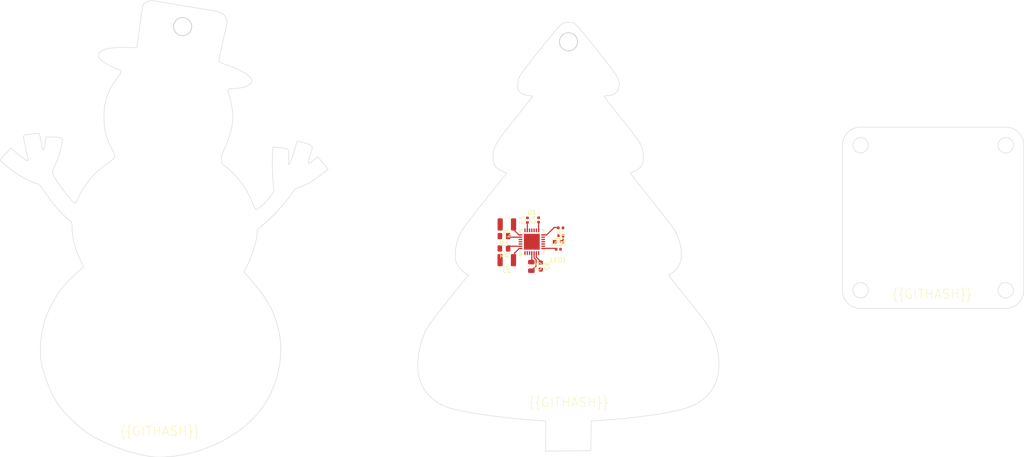
<source format=kicad_pcb>
(kicad_pcb (version 20221018) (generator pcbnew)
  (layers (0 "F.Cu" signal) (31 "B.Cu" signal) (34 "B.Paste" user) (35 "F.Paste" user) (36 "B.SilkS" user "B.Silkscreen") (37 "F.SilkS" user "F.Silkscreen") (38 "B.Mask" user) (39 "F.Mask" user) (44 "Edge.Cuts" user))
  (net 0 "")
  (net 1 "stdby")
  (net 2 "gnd")
  (net 3 "tx")
  (net 4 "pdn_uart")
  (net 5 "cathode")
  (net 6 "vcc")
  (net 7 "brb")
  (net 8 "ob1")
  (net 9 "oa1")
  (net 10 "bra")
  (net 11 "oa2")
  (net 12 "dir")
  (net 13 "vref")
  (net 14 "step")
  (net 15 "vcc_io")
  (net 16 "clk")
  (net 17 "index")
  (net 18 "diag")
  (net 19 "ms2_ad1")
  (net 20 "ms1_ad0")
  (net 21 "_5vout")
  (net 22 "spread")
  (net 23 "vcp")
  (net 24 "cpi")
  (net 25 "cpo")
  (net 26 "enn")
  (net 27 "ob2")
  (footprint "lib:QFN-28_L5.0-W5.0-P0.50-BL-EP" (layer "F.Cu") (at 153.145 103.075)
    (fp_text reference "U1" (at 0 -6.5) (layer "F.SilkS"))
    (fp_text value "")
    (pad "1" smd oval (at -1.5 2.5 180) (size 0.28 0.9) (layers "F.Cu" "F.Paste" "F.Mask") (net 27 "ob2"))
    (pad "2" smd oval (at -1 2.5 180) (size 0.28 0.9) (layers "F.Cu" "F.Paste" "F.Mask") (net 26 "enn"))
    (pad "3" smd oval (at -0.5 2.5 180) (size 0.28 0.9) (layers "F.Cu" "F.Paste" "F.Mask") (net 2 "gnd"))
    (pad "4" smd oval (at 0 2.5 180) (size 0.28 0.9) (layers "F.Cu" "F.Paste" "F.Mask") (net 25 "cpo"))
    (pad "5" smd oval (at 0.5 2.5 180) (size 0.28 0.9) (layers "F.Cu" "F.Paste" "F.Mask") (net 24 "cpi"))
    (pad "6" smd oval (at 1 2.5 180) (size 0.28 0.9) (layers "F.Cu" "F.Paste" "F.Mask") (net 23 "vcp"))
    (pad "7" smd oval (at 1.5 2.5 180) (size 0.28 0.9) (layers "F.Cu" "F.Paste" "F.Mask") (net 22 "spread"))
    (pad "8" smd oval (at 2.5 1.5 90) (size 0.28 0.9) (layers "F.Cu" "F.Paste" "F.Mask") (net 21 "_5vout"))
    (pad "9" smd oval (at 2.5 1 90) (size 0.28 0.9) (layers "F.Cu" "F.Paste" "F.Mask") (net 20 "ms1_ad0"))
    (pad "10" smd oval (at 2.5 0.5 90) (size 0.28 0.9) (layers "F.Cu" "F.Paste" "F.Mask") (net 19 "ms2_ad1"))
    (pad "11" smd oval (at 2.5 0 90) (size 0.28 0.9) (layers "F.Cu" "F.Paste" "F.Mask") (net 18 "diag"))
    (pad "12" smd oval (at 2.5 -0.5 90) (size 0.28 0.9) (layers "F.Cu" "F.Paste" "F.Mask") (net 17 "index"))
    (pad "13" smd oval (at 2.5 -1 90) (size 0.28 0.9) (layers "F.Cu" "F.Paste" "F.Mask") (net 16 "clk"))
    (pad "14" smd oval (at 2.5 -1.5 90) (size 0.28 0.9) (layers "F.Cu" "F.Paste" "F.Mask") (net 4 "pdn_uart"))
    (pad "15" smd oval (at 1.5 -2.5 180) (size 0.28 0.9) (layers "F.Cu" "F.Paste" "F.Mask") (net 15 "vcc_io"))
    (pad "16" smd oval (at 1 -2.5 180) (size 0.28 0.9) (layers "F.Cu" "F.Paste" "F.Mask") (net 14 "step"))
    (pad "17" smd oval (at 0.5 -2.5 180) (size 0.28 0.9) (layers "F.Cu" "F.Paste" "F.Mask") (net 13 "vref"))
    (pad "18" smd oval (at 0 -2.5 180) (size 0.28 0.9) (layers "F.Cu" "F.Paste" "F.Mask") (net 2 "gnd"))
    (pad "19" smd oval (at -0.5 -2.5 180) (size 0.28 0.9) (layers "F.Cu" "F.Paste" "F.Mask") (net 12 "dir"))
    (pad "20" smd oval (at -1 -2.5 180) (size 0.28 0.9) (layers "F.Cu" "F.Paste" "F.Mask") (net 1 "stdby"))
    (pad "21" smd oval (at -1.5 -2.5 180) (size 0.28 0.9) (layers "F.Cu" "F.Paste" "F.Mask") (net 11 "oa2"))
    (pad "22" smd oval (at -2.5 -1.5 90) (size 0.28 0.9) (layers "F.Cu" "F.Paste" "F.Mask") (net 6 "vcc"))
    (pad "23" smd oval (at -2.5 -1 90) (size 0.28 0.9) (layers "F.Cu" "F.Paste" "F.Mask") (net 10 "bra"))
    (pad "24" smd oval (at -2.5 -0.5 90) (size 0.28 0.9) (layers "F.Cu" "F.Paste" "F.Mask") (net 9 "oa1"))
    (pad "25" smd oval (at -2.5 0 90) (size 0.28 0.9) (layers "F.Cu" "F.Paste" "F.Mask"))
    (pad "26" smd oval (at -2.5 0.5 90) (size 0.28 0.9) (layers "F.Cu" "F.Paste" "F.Mask") (net 8 "ob1"))
    (pad "27" smd oval (at -2.5 1 90) (size 0.28 0.9) (layers "F.Cu" "F.Paste" "F.Mask") (net 7 "brb"))
    (pad "28" smd oval (at -2.5 1.5 90) (size 0.28 0.9) (layers "F.Cu" "F.Paste" "F.Mask") (net 6 "vcc"))
    (pad "29" smd rect (at 0 0 90) (size 3.5 3.5) (layers "F.Cu" "F.Paste" "F.Mask") (net 2 "gnd"))
  )
  (footprint "lib:R0805" (layer "F.Cu") (at 147.009279 104.563824 180)
    (fp_text reference "R4" (at 0 -1.65 180) (layer "F.SilkS"))
    (fp_text value "Chip Resistor - Surface Mount 0.12Ohms ±5% 1/8W 0805 RoHS")
    (pad "1" smd roundrect (at -0.9125 0 180) (size 1.025 1.4) (layers "F.Cu" "F.Paste" "F.Mask") (roundrect_rratio 0.243902) (net 7 "brb"))
    (pad "2" smd roundrect (at 0.9125 0 180) (size 1.025 1.4) (layers "F.Cu" "F.Paste" "F.Mask") (roundrect_rratio 0.243902) (net 2 "gnd"))
  )
  (footprint "lib:C0402" (layer "F.Cu") (at 158.988629 104.729569)
    (fp_text reference "C3" (at 0 -1.16) (layer "F.SilkS"))
    (fp_text value "Multilayer Ceramic Capacitors MLCC - SMD/SMT 2.2uF 16V 0402 RoHS")
    (pad "1" smd roundrect (at -0.48 0) (size 0.56 0.62) (layers "F.Cu" "F.Paste" "F.Mask") (net 21 "_5vout"))
    (pad "2" smd roundrect (at 0.48 0) (size 0.56 0.62) (layers "F.Cu" "F.Paste" "F.Mask") (net 2 "gnd"))
  )
  (footprint "lib:R0402" (layer "F.Cu") (at 159.528759 101.722957 180)
    (fp_text reference "R2" (at 0 -1.17 180) (layer "F.SilkS"))
    (fp_text value "Chip Resistor - Surface Mount 120Ohms ±5% 1/16W 0402 RoHS")
    (pad "1" smd roundrect (at -0.51 0 180) (size 0.54 0.64) (layers "F.Cu" "F.Paste" "F.Mask") (net 5 "cathode"))
    (pad "2" smd roundrect (at 0.51 0 180) (size 0.54 0.64) (layers "F.Cu" "F.Paste" "F.Mask") (net 2 "gnd"))
  )
  (footprint "lib:C1210" (layer "F.Cu") (at 147.623126 107.149031 180)
    (fp_text reference "C1" (at 0 -2.3 180) (layer "F.SilkS"))
    (fp_text value "Multilayer Ceramic Capacitors MLCC - SMD/SMT 2.2uF 100V 1210 RoHS")
    (pad "1" smd roundrect (at -1.475 0 180) (size 1.15 2.7) (layers "F.Cu" "F.Paste" "F.Mask") (roundrect_rratio 0.217391) (net 6 "vcc"))
    (pad "2" smd roundrect (at 1.475 0 180) (size 1.15 2.7) (layers "F.Cu" "F.Paste" "F.Mask") (roundrect_rratio 0.217391) (net 2 "gnd"))
  )
  (footprint "lib:R0402" (layer "F.Cu") (at 152.159126 98.319753 90)
    (fp_text reference "R5" (at 0 -1.17 90) (layer "F.SilkS"))
    (fp_text value "Chip Resistor - Surface Mount 110KOhms ±5% 1/16W 0402 RoHS")
    (pad "1" smd roundrect (at -0.51 0 90) (size 0.54 0.64) (layers "F.Cu" "F.Paste" "F.Mask") (net 1 "stdby"))
    (pad "2" smd roundrect (at 0.51 0 90) (size 0.54 0.64) (layers "F.Cu" "F.Paste" "F.Mask") (net 2 "gnd"))
  )
  (footprint "lib:C0805" (layer "F.Cu") (at 153.042833 108.530274 -90)
    (fp_text reference "C5" (at 0 -1.68 -90) (layer "F.SilkS"))
    (fp_text value "Multilayer Ceramic Capacitors MLCC - SMD/SMT 22nF 50V 0805 RoHS")
    (pad "1" smd roundrect (at -0.95 0 270) (size 1 1.45) (layers "F.Cu" "F.Paste" "F.Mask") (net 25 "cpo"))
    (pad "2" smd roundrect (at 0.95 0 270) (size 1 1.45) (layers "F.Cu" "F.Paste" "F.Mask") (net 24 "cpi"))
  )
  (footprint "lib:R0402" (layer "F.Cu") (at 159.503179 100.024688 180)
    (fp_text reference "R1" (at 0 -1.17 180) (layer "F.SilkS"))
    (fp_text value "Chip Resistor - Surface Mount 1.1KOhms ±5% 1/16W 0402 RoHS")
    (pad "1" smd roundrect (at -0.51 0 180) (size 0.54 0.64) (layers "F.Cu" "F.Paste" "F.Mask") (net 3 "tx"))
    (pad "2" smd roundrect (at 0.51 0 180) (size 0.54 0.64) (layers "F.Cu" "F.Paste" "F.Mask") (net 4 "pdn_uart"))
  )
  (footprint "lib:C1210" (layer "F.Cu") (at 147.639909 99.265186 180)
    (fp_text reference "C2" (at 0 -2.3 180) (layer "F.SilkS"))
    (fp_text value "Multilayer Ceramic Capacitors MLCC - SMD/SMT 2.2uF 100V 1210 RoHS")
    (pad "1" smd roundrect (at -1.475 0 180) (size 1.15 2.7) (layers "F.Cu" "F.Paste" "F.Mask") (roundrect_rratio 0.217391) (net 6 "vcc"))
    (pad "2" smd roundrect (at 1.475 0 180) (size 1.15 2.7) (layers "F.Cu" "F.Paste" "F.Mask") (roundrect_rratio 0.217391) (net 2 "gnd"))
  )
  (footprint "lib:LED0603-RD" (layer "F.Cu") (at 158.981304 103.102531 180)
    (fp_text reference "LED1" (at 0 -4 180) (layer "F.SilkS"))
    (fp_text value "")
    (pad "1" smd rect (at -0.8 0 270) (size 0.8 0.8) (layers "F.Cu" "F.Paste" "F.Mask") (net 5 "cathode"))
    (pad "2" smd rect (at 0.8 0 270) (size 0.8 0.8) (layers "F.Cu" "F.Paste" "F.Mask") (net 18 "diag"))
  )
  (footprint "lib:R0805" (layer "F.Cu") (at 147.023311 101.841571 180)
    (fp_text reference "R3" (at 0 -1.65 180) (layer "F.SilkS"))
    (fp_text value "Chip Resistor - Surface Mount 0.12Ohms ±5% 1/8W 0805 RoHS")
    (pad "1" smd roundrect (at -0.9125 0 180) (size 1.025 1.4) (layers "F.Cu" "F.Paste" "F.Mask") (roundrect_rratio 0.243902) (net 10 "bra"))
    (pad "2" smd roundrect (at 0.9125 0 180) (size 1.025 1.4) (layers "F.Cu" "F.Paste" "F.Mask") (roundrect_rratio 0.243902) (net 2 "gnd"))
  )
  (footprint "lib:C0603" (layer "F.Cu") (at 155.102401 108.448273 -90)
    (fp_text reference "C6" (at 0 -1.43 -90) (layer "F.SilkS"))
    (fp_text value "Multilayer Ceramic Capacitors MLCC - SMD/SMT 100nF 50V 0603 RoHS")
    (pad "1" smd roundrect (at -0.775 0 270) (size 0.9 0.95) (layers "F.Cu" "F.Paste" "F.Mask") (net 23 "vcp"))
    (pad "2" smd roundrect (at 0.775 0 270) (size 0.9 0.95) (layers "F.Cu" "F.Paste" "F.Mask") (net 6 "vcc"))
  )
  (footprint "lib:C0402" (layer "F.Cu") (at 154.639603 98.265347 90)
    (fp_text reference "C4" (at 0 -1.16 90) (layer "F.SilkS"))
    (fp_text value "Multilayer Ceramic Capacitors MLCC - SMD/SMT 100nF 10V 0402 RoHS")
    (pad "1" smd roundrect (at -0.48 0 90) (size 0.56 0.62) (layers "F.Cu" "F.Paste" "F.Mask") (net 15 "vcc_io"))
    (pad "2" smd roundrect (at 0.48 0 90) (size 0.56 0.62) (layers "F.Cu" "F.Paste" "F.Mask") (net 2 "gnd"))
  )
  (gr_circle (center 225.62 81.79) (end 227.32 81.79) (stroke (width 0.1)) (fill none) (layer "Edge.Cuts"))
  (gr_circle (center 257.62 113.79) (end 259.32 113.79) (stroke (width 0.1)) (fill none) (layer "Edge.Cuts"))
  (gr_circle (center 257.62 81.79) (end 259.32 81.79) (stroke (width 0.1)) (fill none) (layer "Edge.Cuts"))
  (gr_poly (pts (xy 75.142222 50.797022) (xy 79.756606 51.568267) (xy 82.366969 51.99203) (xy 83.019066 52.095762) (xy 83.303876 52.146979) (xy 83.563537 52.198618) (xy 83.799806 52.251323) (xy 84.01444 52.305736) (xy 84.209196 52.362498) (xy 84.385831 52.422252) (xy 84.546102 52.485641) (xy 84.691766 52.553306) (xy 84.824581 52.62589) (xy 84.946303 52.704035) (xy 85.05869 52.788383) (xy 85.163499 52.879577) (xy 85.262486 52.978258) (xy 85.357409 53.08507) (xy 85.479286 53.234958) (xy 85.586233 53.378736) (xy 85.634185 53.44915) (xy 85.678498 53.519015) (xy 85.719202 53.588656) (xy 85.75633 53.658402) (xy 85.789911 53.728576) (xy 85.819976 53.799506) (xy 85.846558 53.871517) (xy 85.869686 53.944936) (xy 85.889392 54.020089) (xy 85.905707 54.097301) (xy 85.918662 54.176899) (xy 85.928287 54.259209) (xy 85.934615 54.344557) (xy 85.937675 54.433269) (xy 85.937499 54.525672) (xy 85.934119 54.62209) (xy 85.927564 54.722851) (xy 85.917866 54.82828) (xy 85.889166 55.054449) (xy 85.848266 55.303204) (xy 85.795414 55.577155) (xy 85.730859 55.878909) (xy 85.654849 56.211077) (xy 84.878546 59.55341) (xy 84.657875 60.550977) (xy 84.450892 61.532488) (xy 84.331406 62.116419) (xy 84.229648 62.629765) (xy 84.15639 63.017063) (xy 84.122409 63.222849) (xy 84.123062 63.236814) (xy 84.127967 63.251873) (xy 84.137065 63.268001) (xy 84.150302 63.285171) (xy 84.167619 63.303357) (xy 84.188962 63.322534) (xy 84.214273 63.342674) (xy 84.243497 63.363751) (xy 84.313454 63.408613) (xy 84.398381 63.456909) (xy 84.497828 63.50843) (xy 84.611342 63.562966) (xy 84.738473 63.620306) (xy 84.878767 63.680241) (xy 85.031775 63.742561) (xy 85.197043 63.807056) (xy 85.374121 63.873515) (xy 85.562558 63.94173) (xy 85.7619 64.011489) (xy 85.971698 64.082583) (xy 86.585981 64.296029) (xy 87.172975 64.516947) (xy 87.730729 64.744054) (xy 88.257293 64.976069) (xy 88.75072 65.211708) (xy 89.209058 65.449689) (xy 89.63036 65.68873) (xy 90.012676 65.927548) (xy 90.354056 66.16486) (xy 90.652552 66.399385) (xy 90.906214 66.629839) (xy 91.113092 66.85494) (xy 91.271238 67.073405) (xy 91.378702 67.283953) (xy 91.412819 67.385857) (xy 91.433535 67.485301) (xy 91.440605 67.582123) (xy 91.433787 67.676165) (xy 91.41712 67.753004) (xy 91.390362 67.829368) (xy 91.35383 67.905131) (xy 91.307839 67.980165) (xy 91.252707 68.054343) (xy 91.188749 68.12754) (xy 91.116281 68.199626) (xy 91.03562 68.270477) (xy 90.947082 68.339964) (xy 90.850984 68.407961) (xy 90.747641 68.47434) (xy 90.637371 68.538975) (xy 90.520488 68.601739) (xy 90.39731 68.662505) (xy 90.268153 68.721145) (xy 90.133332 68.777534) (xy 89.993165 68.831543) (xy 89.847967 68.883047) (xy 89.543745 68.978027) (xy 89.223197 69.06146) (xy 88.888852 69.132329) (xy 88.54324 69.189618) (xy 88.188892 69.232313) (xy 88.009232 69.24787) (xy 87.828337 69.259397) (xy 87.646523 69.266767) (xy 87.464106 69.269854) (xy 87.202959 69.272042) (xy 86.97453 69.277492) (xy 86.777472 69.288473) (xy 86.690288 69.296746) (xy 86.610443 69.307253) (xy 86.537768 69.320276) (xy 86.472096 69.3361) (xy 86.413258 69.355009) (xy 86.361087 69.377285) (xy 86.315414 69.403211) (xy 86.276071 69.433073) (xy 86.24289 69.467154) (xy 86.215703 69.505736) (xy 86.194342 69.549103) (xy 86.178638 69.59754) (xy 86.168424 69.65133) (xy 86.163532 69.710755) (xy 86.163793 69.776101) (xy 86.169039 69.847649) (xy 86.179102 69.925685) (xy 86.193814 70.010491) (xy 86.236514 70.20155) (xy 86.295792 70.423093) (xy 86.370304 70.677389) (xy 86.458705 70.966708) (xy 86.582128 71.384478) (xy 86.694998 71.803093) (xy 86.797211 72.221567) (xy 86.888665 72.638919) (xy 86.969257 73.054166) (xy 87.038885 73.466323) (xy 87.097447 73.874409) (xy 87.144838 74.277439) (xy 87.180958 74.674432) (xy 87.205702 75.064404) (xy 87.21897 75.446371) (xy 87.220657 75.819352) (xy 87.210662 76.182361) (xy 87.188881 76.534418) (xy 87.155212 76.874538) (xy 87.109553 77.201739) (xy 86.986123 77.871628) (xy 86.830027 78.558912) (xy 86.643845 79.255662) (xy 86.430157 79.953949) (xy 86.19154 80.645848) (xy 85.930575 81.323429) (xy 85.649841 81.978766) (xy 85.351916 82.60393) (xy 85.189192 82.938586) (xy 85.118752 83.093315) (xy 85.055229 83.240939) (xy 84.998352 83.382431) (xy 84.947849 83.518761) (xy 84.903447 83.650903) (xy 84.864875 83.779828) (xy 84.831859 83.906506) (xy 84.804129 84.031911) (xy 84.781412 84.157013) (xy 84.763435 84.282785) (xy 84.749927 84.410197) (xy 84.740615 84.540223) (xy 84.735228 84.673833) (xy 84.733493 84.811999) (xy 84.736223 85.129082) (xy 84.741369 85.261496) (xy 84.750575 85.379459) (xy 84.764997 85.485194) (xy 84.774524 85.534172) (xy 84.785789 85.580928) (xy 84.798934 85.625739) (xy 84.814106 85.668884) (xy 84.831447 85.710641) (xy 84.851104 85.751288) (xy 84.873219 85.791103) (xy 84.897937 85.830364) (xy 84.925403 85.869349) (xy 84.955761 85.908337) (xy 84.989155 85.947605) (xy 85.02573 85.987432) (xy 85.109 86.069873) (xy 85.206725 86.157886) (xy 85.320061 86.253696) (xy 85.598185 86.477602) (xy 86.096863 86.886277) (xy 86.577755 87.306529) (xy 87.04138 87.739064) (xy 87.488258 88.184586) (xy 87.918909 88.6438) (xy 88.333852 89.117412) (xy 88.733607 89.606125) (xy 89.118694 90.110646) (xy 89.489632 90.631678) (xy 89.846941 91.169927) (xy 90.19114 91.726098) (xy 90.52275 92.300895) (xy 90.84229 92.895024) (xy 91.150279 93.509189) (xy 91.447237 94.144095) (xy 91.733683 94.800448) (xy 91.84059 95.047283) (xy 91.945802 95.277558) (xy 92.046625 95.486234) (xy 92.140364 95.668271) (xy 92.224324 95.818627) (xy 92.295813 95.932265) (xy 92.326039 95.973739) (xy 92.352136 96.004143) (xy 92.373767 96.022848) (xy 92.382804 96.027616) (xy 92.390597 96.029223) (xy 92.399173 96.028006) (xy 92.410522 96.024397) (xy 92.441219 96.010237) (xy 92.482045 95.987221) (xy 92.53236 95.955824) (xy 92.591521 95.916524) (xy 92.658887 95.869798) (xy 92.815666 95.755976) (xy 92.997564 95.618173) (xy 93.199447 95.460204) (xy 93.416182 95.285885) (xy 93.642634 95.099032) (xy 93.891007 94.882848) (xy 94.141366 94.648628) (xy 94.390948 94.400061) (xy 94.636991 94.140836) (xy 94.87673 93.874641) (xy 95.107403 93.605164) (xy 95.326247 93.336095) (xy 95.530498 93.071122) (xy 95.717394 92.813933) (xy 95.884171 92.568218) (xy 96.028066 92.337665) (xy 96.146316 92.125962) (xy 96.236159 91.936798) (xy 96.294829 91.773863) (xy 96.311612 91.703383) (xy 96.319566 91.640844) (xy 96.318345 91.586706) (xy 96.307605 91.54143) (xy 96.264441 91.378418) (xy 96.221593 91.121805) (xy 96.138989 90.373142) (xy 96.064068 89.386161) (xy 96.001109 88.251583) (xy 95.954389 87.060129) (xy 95.928186 85.902519) (xy 95.926777 84.869474) (xy 95.95444 84.051714) (xy 96.07471 82.177477) (xy 97.36716 82.304781) (xy 98.13507 82.379263) (xy 98.441266 82.413109) (xy 98.700599 82.449744) (xy 98.916803 82.492956) (xy 99.009898 82.518212) (xy 99.09361 82.546534) (xy 99.168406 82.578395) (xy 99.234753 82.614268) (xy 99.293117 82.654627) (xy 99.343964 82.699946) (xy 99.387763 82.750698) (xy 99.424978 82.807357) (xy 99.456076 82.870396) (xy 99.481525 82.94029) (xy 99.501791 83.017511) (xy 99.51734 83.102533) (xy 99.536155 83.297877) (xy 99.541702 83.530109) (xy 99.537716 83.803018) (xy 99.51607 84.486025) (xy 99.501811 85.019341) (xy 99.495778 85.429631) (xy 99.49953 85.727933) (xy 99.505563 85.838537) (xy 99.514626 85.925284) (xy 99.526915 85.989553) (xy 99.542625 86.032723) (xy 99.551823 86.046828) (xy 99.56195 86.056175) (xy 99.573029 86.060938) (xy 99.585085 86.061289) (xy 99.612224 86.049443) (xy 99.643564 86.022019) (xy 99.679299 85.980395) (xy 99.719623 85.925951) (xy 99.770963 85.835961) (xy 99.83738 85.6921) (xy 100.00736 85.267042) (xy 100.213404 84.699332) (xy 100.439353 84.037526) (xy 100.669049 83.330178) (xy 100.886332 82.625845) (xy 101.075044 81.973082) (xy 101.219027 81.420443) (xy 101.232451 81.367288) (xy 101.246658 81.317349) (xy 101.261814 81.270604) (xy 101.278084 81.227032) (xy 101.295634 81.186611) (xy 101.314631 81.149321) (xy 101.33524 81.115138) (xy 101.357628 81.084043) (xy 101.381959 81.056013) (xy 101.4084 81.031027) (xy 101.437117 81.009064) (xy 101.468275 80.990102) (xy 101.502041 80.974119) (xy 101.538581 80.961095) (xy 101.578059 80.951007) (xy 101.620643 80.943835) (xy 101.666497 80.939556) (xy 101.715788 80.938149) (xy 101.768682 80.939594) (xy 101.825345 80.943867) (xy 101.885942 80.950949) (xy 101.950639 80.960817) (xy 102.019603 80.97345) (xy 102.092998 80.988826) (xy 102.170992 81.006924) (xy 102.253749 81.027723) (xy 102.434219 81.077337) (xy 102.635734 81.137495) (xy 102.859622 81.208025) (xy 103.581471 81.438726) (xy 103.868146 81.535185) (xy 104.108644 81.625316) (xy 104.212356 81.669476) (xy 104.305459 81.713816) (xy 104.388264 81.758923) (xy 104.461082 81.805384) (xy 104.524226 81.853787) (xy 104.578006 81.904719) (xy 104.622735 81.958768) (xy 104.658725 82.01652) (xy 104.686285 82.078563) (xy 104.705729 82.145484) (xy 104.717368 82.217871) (xy 104.721513 82.296311) (xy 104.718476 82.381392) (xy 104.708568 82.4737) (xy 104.692102 82.573823) (xy 104.669388 82.682348) (xy 104.606464 82.926954) (xy 104.522289 83.212218) (xy 104.300158 83.92351) (xy 104.076968 84.658354) (xy 103.993442 84.95378) (xy 103.929762 85.203046) (xy 103.886777 85.407528) (xy 103.865337 85.568604) (xy 103.862962 85.633296) (xy 103.866292 85.687652) (xy 103.875434 85.731846) (xy 103.890492 85.766049) (xy 103.911574 85.790433) (xy 103.938786 85.805172) (xy 103.972234 85.810436) (xy 104.012025 85.806398) (xy 104.058263 85.79323) (xy 104.111056 85.771105) (xy 104.236732 85.700671) (xy 104.3899 85.596472) (xy 104.571411 85.459887) (xy 105.02286 85.095065) (xy 105.918216 84.355181) (xy 106.388476 84.86751) (xy 106.496975 84.987739) (xy 106.625318 85.133369) (xy 106.92254 85.478508) (xy 107.242155 85.858286) (xy 107.546176 86.22806) (xy 108.2336 87.076296) (xy 106.72333 88.254687) (xy 106.031007 88.783192) (xy 105.392025 89.245391) (xy 105.089314 89.453516) (xy 104.796071 89.647331) (xy 104.511007 89.827593) (xy 104.232833 89.995056) (xy 103.960259 90.150478) (xy 103.691998 90.294613) (xy 103.426759 90.428217) (xy 103.163254 90.552046) (xy 102.900193 90.666855) (xy 102.636288 90.773401) (xy 102.370249 90.872439) (xy 102.100787 90.964724) (xy 101.955978 91.013649) (xy 101.818902 91.062832) (xy 101.689432 91.112348) (xy 101.567439 91.162273) (xy 101.452795 91.212683) (xy 101.345371 91.263651) (xy 101.245039 91.315254) (xy 101.151671 91.367567) (xy 101.065138 91.420665) (xy 100.985313 91.474624) (xy 100.912065 91.529517) (xy 100.845269 91.585421) (xy 100.784794 91.642412) (xy 100.730512 91.700563) (xy 100.682296 91.759951) (xy 100.640017 91.82065) (xy 100.313962 92.312951) (xy 99.958065 92.82026) (xy 99.575318 93.339289) (xy 99.168711 93.866747) (xy 98.741234 94.399346) (xy 98.295878 94.933795) (xy 97.835635 95.466804) (xy 97.363494 95.995083) (xy 96.882446 96.515343) (xy 96.395482 97.024295) (xy 95.905593 97.518647) (xy 95.415769 97.995111) (xy 94.929002 98.450396) (xy 94.44828 98.881213) (xy 93.976596 99.284272) (xy 93.51694 99.656283) (xy 93.364132 99.777198) (xy 93.228349 99.887118) (xy 93.108601 99.987555) (xy 93.003899 100.080022) (xy 92.913256 100.166032) (xy 92.835682 100.247098) (xy 92.770188 100.324733) (xy 92.741662 100.362737) (xy 92.715786 100.40045) (xy 92.692435 100.438062) (xy 92.671487 100.475762) (xy 92.652817 100.513738) (xy 92.636302 100.552181) (xy 92.621819 100.591279) (xy 92.609244 100.631221) (xy 92.589322 100.714395) (xy 92.575548 100.803215) (xy 92.566934 100.899195) (xy 92.56249 101.003847) (xy 92.561229 101.118685) (xy 92.548214 101.459191) (xy 92.510172 101.840399) (xy 92.448603 102.257479) (xy 92.365007 102.705605) (xy 92.260885 103.179948) (xy 92.137739 103.675679) (xy 91.997068 104.187971) (xy 91.840373 104.711996) (xy 91.669155 105.242926) (xy 91.484915 105.775933) (xy 91.289154 106.306188) (xy 91.083372 106.828864) (xy 90.86907 107.339132) (xy 90.647749 107.832164) (xy 90.420909 108.303133) (xy 90.190051 108.74721) (xy 89.658061 109.729433) (xy 90.799319 111.025652) (xy 91.552256 111.894452) (xy 92.247519 112.726345) (xy 92.887901 113.52649) (xy 93.476195 114.300047) (xy 94.015193 115.052178) (xy 94.507688 115.788042) (xy 94.956473 116.5128) (xy 95.364341 117.231612) (xy 95.734083 117.949638) (xy 96.068493 118.672038) (xy 96.370364 119.403974) (xy 96.642488 120.150605) (xy 96.887657 120.917091) (xy 97.108665 121.708593) (xy 97.308304 122.530271) (xy 97.489367 123.387286) (xy 97.659586 124.435519) (xy 97.764545 125.512723) (xy 97.805707 126.613102) (xy 97.784533 127.73086) (xy 97.702485 128.860202) (xy 97.561026 129.995332) (xy 97.361618 131.130454) (xy 97.105722 132.259774) (xy 96.794801 133.377494) (xy 96.430316 134.47782) (xy 96.01373 135.554956) (xy 95.546505 136.603107) (xy 95.030102 137.616476) (xy 94.465984 138.589268) (xy 93.855613 139.515689) (xy 93.20045 140.389941) (xy 92.386005 141.350273) (xy 91.510226 142.273552) (xy 90.576227 143.158109) (xy 89.587122 144.002278) (xy 88.546024 144.80439) (xy 87.456048 145.562779) (xy 86.320308 146.275777) (xy 85.141916 146.941716) (xy 83.923988 147.558929) (xy 82.669636 148.125749) (xy 81.381976 148.640508) (xy 80.06412 149.101539) (xy 78.719182 149.507174) (xy 77.350277 149.855747) (xy 75.960518 150.145589) (xy 74.553019 150.375033) (xy 73.862872 150.459306) (xy 73.131633 150.525975) (xy 72.383923 150.574372) (xy 71.644361 150.603827) (xy 70.93757 150.613671) (xy 70.288169 150.603235) (xy 69.720779 150.57185) (xy 69.475532 150.548093) (xy 69.26002 150.518847) (xy 69.260051 150.518832) (xy 67.831835 150.262486) (xy 66.416949 149.953785) (xy 65.016193 149.592984) (xy 63.630368 149.180338) (xy 62.260274 148.716103) (xy 60.90671 148.200532) (xy 59.570477 147.633881) (xy 58.252375 147.016405) (xy 57.283074 146.528505) (xy 56.847829 146.298277) (xy 56.438641 146.072324) (xy 56.050351 145.846994) (xy 55.6778 145.618633) (xy 55.315827 145.383588) (xy 54.959273 145.138205) (xy 54.602979 144.87883) (xy 54.241783 144.601811) (xy 53.870528 144.303492) (xy 53.484054 143.980222) (xy 52.644807 143.244211) (xy 51.682765 142.36455) (xy 51.097036 141.804159) (xy 50.54538 141.238954) (xy 50.025658 140.665073) (xy 49.535731 140.078649) (xy 49.07346 139.475819) (xy 48.636705 138.852719) (xy 48.223328 138.205483) (xy 47.831189 137.530249) (xy 47.458149 136.823151) (xy 47.10207 136.080325) (xy 46.760812 135.297907) (xy 46.432236 134.472032) (xy 46.114202 133.598836) (xy 45.804573 132.674455) (xy 45.501208 131.695024) (xy 45.201968 130.656679) (xy 45.078569 130.147371) (xy 44.978794 129.594224) (xy 44.90231 129.00242) (xy 44.848785 128.377144) (xy 44.817886 127.723579) (xy 44.809281 127.046907) (xy 44.822637 126.352311) (xy 44.857621 125.644974) (xy 44.913901 124.93008) (xy 44.991145 124.212811) (xy 45.089019 123.498351) (xy 45.207191 122.791883) (xy 45.345328 122.098589) (xy 45.503099 121.423652) (xy 45.68017 120.772256) (xy 45.876208 120.149584) (xy 46.005143 119.787909) (xy 46.154924 119.401263) (xy 46.508073 118.570286) (xy 46.917749 117.69111) (xy 47.366047 116.79819) (xy 47.83506 115.92598) (xy 48.306883 115.108937) (xy 48.76361 114.381515) (xy 48.980717 114.062179) (xy 49.187335 113.77817) (xy 49.387433 113.519297) (xy 49.599256 113.255538) (xy 50.056372 112.715109) (xy 50.555279 112.160374) (xy 51.092575 111.594824) (xy 51.664855 111.021952) (xy 52.268718 110.445248) (xy 52.900758 109.868205) (xy 53.557574 109.294314) (xy 54.329783 108.634142) (xy 53.616031 107.110232) (xy 53.390001 106.6154) (xy 53.179365 106.128819) (xy 52.984012 105.650049) (xy 52.803829 105.178652) (xy 52.638704 104.71419) (xy 52.488525 104.256224) (xy 52.353181 103.804315) (xy 52.232559 103.358025) (xy 52.126547 102.916915) (xy 52.035034 102.480548) (xy 51.957906 102.048484) (xy 51.895053 101.620284) (xy 51.846363 101.195511) (xy 51.811722 100.773726) (xy 51.79102 100.35449) (xy 51.784144 99.937365) (xy 51.780657 99.620612) (xy 51.776007 99.482669) (xy 51.769161 99.357285) (xy 51.759927 99.243666) (xy 51.748111 99.141014) (xy 51.733519 99.048534) (xy 51.715958 98.96543) (xy 51.695233 98.890904) (xy 51.671153 98.824161) (xy 51.643523 98.764406) (xy 51.612149 98.71084) (xy 51.576839 98.662669) (xy 51.537399 98.619096) (xy 51.493635 98.579325) (xy 51.445353 98.542559) (xy 51.149902 98.324092) (xy 50.839064 98.073347) (xy 50.514896 97.792628) (xy 50.179453 97.484238) (xy 49.834791 97.150482) (xy 49.482966 96.793665) (xy 49.126033 96.41609) (xy 48.766047 96.020062) (xy 48.405065 95.607885) (xy 48.045142 95.181864) (xy 47.688333 94.744302) (xy 47.336694 94.297504) (xy 46.992281 93.843774) (xy 46.657149 93.385417) (xy 46.333354 92.924737) (xy 46.022952 92.464037) (xy 45.611719 91.844971) (xy 45.279782 91.362091) (xy 45.137757 91.165551) (xy 45.008606 90.995655) (xy 44.89001 90.849933) (xy 44.779654 90.725918) (xy 44.675221 90.621143) (xy 44.574392 90.533138) (xy 44.474852 90.459437) (xy 44.374284 90.397571) (xy 44.27037 90.345073) (xy 44.160793 90.299474) (xy 44.043237 90.258307) (xy 43.915385 90.219103) (xy 43.593888 90.117525) (xy 43.255864 89.996009) (xy 42.903268 89.855657) (xy 42.538058 89.697573) (xy 42.162189 89.522858) (xy 41.777618 89.332616) (xy 41.386301 89.127951) (xy 40.990194 88.909964) (xy 40.591254 88.679759) (xy 40.191438 88.438438) (xy 39.792701 88.187105) (xy 39.396999 87.926862) (xy 39.00629 87.658812) (xy 38.622529 87.384058) (xy 38.247673 87.103703) (xy 37.883677 86.81885) (xy 37.49456 86.502783) (xy 37.131548 86.199554) (xy 36.802586 85.916398) (xy 36.515619 85.660548) (xy 36.278593 85.439239) (xy 36.099452 85.259705) (xy 36.034071 85.187865) (xy 35.986141 85.129182) (xy 35.956654 85.08456) (xy 35.946605 85.054903) (xy 35.948192 85.042433) (xy 35.952903 85.026953) (xy 35.971384 84.987332) (xy 36.001425 84.936776) (xy 36.042403 84.876021) (xy 36.093695 84.805804) (xy 36.154681 84.726859) (xy 36.224736 84.639924) (xy 36.303239 84.545735) (xy 36.389567 84.445026) (xy 36.483097 84.338536) (xy 36.689276 84.11115) (xy 36.916796 83.869466) (xy 37.037003 83.745102) (xy 37.160678 83.619372) (xy 38.374759 82.395922) (xy 39.365809 83.301684) (xy 39.814301 83.698656) (xy 40.266196 84.075272) (xy 40.704205 84.419302) (xy 41.111041 84.718514) (xy 41.469414 84.960676) (xy 41.625024 85.056541) (xy 41.762035 85.133557) (xy 41.878286 85.190195) (xy 41.971615 85.224926) (xy 42.039863 85.236222) (xy 42.063905 85.232603) (xy 42.080867 85.222552) (xy 42.085566 85.215268) (xy 42.089233 85.203934) (xy 42.093537 85.169549) (xy 42.093921 85.120268) (xy 42.090523 85.056964) (xy 42.083485 84.98051) (xy 42.072948 84.891778) (xy 42.059051 84.79164) (xy 42.041937 84.68097) (xy 41.998614 84.43152) (xy 41.944105 84.150408) (xy 41.879534 83.844615) (xy 41.806025 83.52112) (xy 41.578977 82.541169) (xy 41.399614 81.732306) (xy 41.265507 81.079136) (xy 41.174225 80.56626) (xy 41.123338 80.17828) (xy 41.112283 80.026315) (xy 41.110416 79.899799) (xy 41.117432 79.796809) (xy 41.133029 79.71542) (xy 41.156901 79.653706) (xy 41.188746 79.609743) (xy 41.213078 79.592846) (xy 41.252556 79.575085) (xy 41.372962 79.537437) (xy 41.541984 79.497733) (xy 41.751641 79.456905) (xy 42.26094 79.37561) (xy 42.837013 79.301016) (xy 43.416018 79.240586) (xy 43.934111 79.201782) (xy 44.150364 79.192822) (xy 44.327447 79.192067) (xy 44.45738 79.20045) (xy 44.532183 79.218905) (xy 44.538527 79.223215) (xy 44.545097 79.229471) (xy 44.551878 79.23762) (xy 44.558855 79.247608) (xy 44.573336 79.272888) (xy 44.588416 79.304879) (xy 44.603974 79.343154) (xy 44.619887 79.387282) (xy 44.636031 79.436835) (xy 44.652284 79.491383) (xy 44.668525 79.550496) (xy 44.684629 79.613746) (xy 44.700475 79.680703) (xy 44.715939 79.750937) (xy 44.7309 79.82402) (xy 44.745234 79.899521) (xy 44.75882 79.977012) (xy 44.771533 80.056063) (xy 44.946351 81.130774) (xy 45.025944 81.564983) (xy 45.101061 81.931234) (xy 45.172253 82.230134) (xy 45.24007 82.462288) (xy 45.305063 82.628302) (xy 45.336673 82.686696) (xy 45.367783 82.728781) (xy 45.398463 82.754634) (xy 45.428781 82.764331) (xy 45.458807 82.757947) (xy 45.488608 82.735557) (xy 45.518254 82.697238) (xy 45.547814 82.643066) (xy 45.606951 82.487462) (xy 45.666568 82.269351) (xy 45.727218 81.98934) (xy 45.78945 81.648032) (xy 45.853816 81.246035) (xy 46.055377 79.918581) (xy 47.417926 79.96628) (xy 48.109143 79.993687) (xy 48.392021 80.009194) (xy 48.636741 80.027435) (xy 48.846051 80.049559) (xy 49.022696 80.076715) (xy 49.169424 80.110051) (xy 49.288982 80.150717) (xy 49.339431 80.174158) (xy 49.384117 80.199861) (xy 49.423385 80.227972) (xy 49.457577 80.258632) (xy 49.487036 80.291987) (xy 49.512107 80.32818) (xy 49.533132 80.367353) (xy 49.550455 80.409652) (xy 49.575367 80.504197) (xy 49.589592 80.612965) (xy 49.595876 80.737105) (xy 49.596965 80.877764) (xy 49.590289 81.099803) (xy 49.571905 81.336737) (xy 49.542029 81.587807) (xy 49.500879 81.852253) (xy 49.448672 82.129318) (xy 49.385623 82.418243) (xy 49.311951 82.718269) (xy 49.227873 83.028637) (xy 49.133604 83.34859) (xy 49.029362 83.677367) (xy 48.915364 84.014212) (xy 48.791827 84.358364) (xy 48.658967 84.709065) (xy 48.517002 85.065558) (xy 48.366148 85.427082) (xy 48.206622 85.792879) (xy 47.949769 86.374791) (xy 47.755997 86.832451) (xy 47.68104 87.021721) (xy 47.619784 87.188367) (xy 47.571537 87.335205) (xy 47.535609 87.465048) (xy 47.511311 87.580709) (xy 47.497952 87.685002) (xy 47.494842 87.78074) (xy 47.501291 87.870737) (xy 47.516609 87.957807) (xy 47.540106 88.044763) (xy 47.571091 88.134418) (xy 47.608874 88.229586) (xy 47.761079 88.551834) (xy 47.975096 88.939463) (xy 48.241913 89.380584) (xy 48.55252 89.863307) (xy 49.269066 90.905997) (xy 50.052651 91.972411) (xy 50.831193 92.967426) (xy 51.196047 93.408433) (xy 51.532609 93.795921) (xy 51.831869 94.117998) (xy 52.084818 94.362774) (xy 52.282443 94.518359) (xy 52.357694 94.558989) (xy 52.415736 94.572863) (xy 52.426811 94.571375) (xy 52.439084 94.56696) (xy 52.452509 94.559691) (xy 52.467041 94.549641) (xy 52.482633 94.536883) (xy 52.499239 94.521489) (xy 52.516813 94.503532) (xy 52.535309 94.483086) (xy 52.574881 94.435018) (xy 52.617586 94.377866) (xy 52.663055 94.312214) (xy 52.710918 94.238646) (xy 52.760808 94.157745) (xy 52.812354 94.070093) (xy 52.865187 93.976276) (xy 52.918939 93.876875) (xy 52.97324 93.772474) (xy 53.02772 93.663657) (xy 53.082012 93.551007) (xy 53.135745 93.435107) (xy 53.405424 92.869327) (xy 53.69623 92.311615) (xy 54.007442 91.76282) (xy 54.338342 91.223792) (xy 54.688208 90.695381) (xy 55.05632 90.178436) (xy 55.441958 89.673808) (xy 55.844402 89.182347) (xy 56.262932 88.704901) (xy 56.696828 88.242322) (xy 57.145369 87.795459) (xy 57.607836 87.365163) (xy 58.083508 86.952281) (xy 58.571665 86.557666) (xy 59.071586 86.182166) (xy 59.582553 85.826632) (xy 59.914962 85.598282) (xy 60.214172 85.3804) (xy 60.477869 85.17504) (xy 60.595674 85.077698) (xy 60.703732 84.984257) (xy 60.801753 84.894974) (xy 60.889447 84.810106) (xy 60.966524 84.72991) (xy 61.032694 84.654642) (xy 61.087669 84.584559) (xy 61.131158 84.519919) (xy 61.162872 84.460977) (xy 61.182521 84.407992) (xy 61.189444 84.378526) (xy 61.194656 84.347449) (xy 61.198136 84.314702) (xy 61.199864 84.280227) (xy 61.197977 84.205863) (xy 61.188829 84.123892) (xy 61.172254 84.033852) (xy 61.148084 83.935279) (xy 61.116154 83.82771) (xy 61.076297 83.71068) (xy 61.028345 83.583727) (xy 60.972134 83.446388) (xy 60.907495 83.298197) (xy 60.834263 83.138693) (xy 60.75227 82.967412) (xy 60.661351 82.783889) (xy 60.561339 82.587662) (xy 60.452067 82.378268) (xy 60.237971 81.961359) (xy 60.041673 81.555601) (xy 59.862568 81.158484) (xy 59.700049 80.767498) (xy 59.553508 80.380135) (xy 59.422339 79.993885) (xy 59.305935 79.60624) (xy 59.203689 79.21469) (xy 59.114995 78.816725) (xy 59.039245 78.409838) (xy 58.975833 77.991518) (xy 58.924151 77.559256) (xy 58.883594 77.110544) (xy 58.853553 76.642872) (xy 58.833423 76.153731) (xy 58.822596 75.640612) (xy 58.82378 75.019765) (xy 58.843433 74.425285) (xy 58.882591 73.854032) (xy 58.942291 73.302869) (xy 59.023569 72.768658) (xy 59.127459 72.248262) (xy 59.255 71.738542) (xy 59.407225 71.236361) (xy 59.585172 70.73858) (xy 59.789877 70.242062) (xy 60.022374 69.743669) (xy 60.283701 69.240263) (xy 60.574893 68.728705) (xy 60.896986 68.205859) (xy 61.251015 67.668586) (xy 61.638018 67.113749) (xy 61.84244 66.825076) (xy 62.020375 66.566593) (xy 62.17201 66.336298) (xy 62.29753 66.132187) (xy 62.397121 65.95226) (xy 62.470968 65.794512) (xy 62.498296 65.72333) (xy 62.519258 65.656942) (xy 62.533877 65.595098) (xy 62.542176 65.537547) (xy 62.544179 65.484039) (xy 62.539908 65.434323) (xy 62.529387 65.388151) (xy 62.512639 65.34527) (xy 62.489688 65.305431) (xy 62.460556 65.268384) (xy 62.425267 65.233878) (xy 62.383844 65.201662) (xy 62.33631 65.171487) (xy 62.282689 65.143103) (xy 62.157276 65.090703) (xy 62.007792 65.042459) (xy 61.834422 64.996371) (xy 61.657986 64.943069) (xy 61.445562 64.862593) (xy 61.203024 64.758325) (xy 60.93625 64.633653) (xy 60.353499 64.336631) (xy 59.744319 63.998608) (xy 59.155721 63.646664) (xy 58.634716 63.307879) (xy 58.414252 63.151884) (xy 58.228316 63.009334) (xy 58.082783 62.883614) (xy 57.983531 62.778109) (xy 57.869943 62.622242) (xy 57.777351 62.470362) (xy 57.705558 62.322559) (xy 57.654369 62.178917) (xy 57.623588 62.039526) (xy 57.613018 61.904471) (xy 57.622463 61.773839) (xy 57.651728 61.647718) (xy 57.700616 61.526195) (xy 57.768931 61.409356) (xy 57.856477 61.297289) (xy 57.963058 61.190081) (xy 58.088479 61.087819) (xy 58.232542 60.99059) (xy 58.395052 60.89848) (xy 58.575812 60.811578) (xy 58.774627 60.72997) (xy 58.991301 60.653743) (xy 59.225638 60.582984) (xy 59.477441 60.51778) (xy 59.746514 60.458218) (xy 60.032661 60.404385) (xy 60.335687 60.356369) (xy 60.655395 60.314256) (xy 60.991589 60.278134) (xy 61.344073 60.248089) (xy 61.712651 60.224208) (xy 62.097127 60.20658) (xy 62.497305 60.195289) (xy 62.912988 60.190424) (xy 63.343981 60.192072) (xy 63.790088 60.20032) (xy 66.056857 60.258219) (xy 66.273486 58.80189) (xy 66.542465 56.891029) (xy 66.884944 54.341891) (xy 67.190183 52.053843) (xy 67.248082 51.679802) (xy 67.303557 51.37005) (xy 67.359078 51.117137) (xy 67.417116 50.913616) (xy 67.48014 50.752035) (xy 67.55062 50.624945) (xy 67.631027 50.524898) (xy 67.72383 50.444442) (xy 67.831501 50.37613) (xy 67.956508 50.312512) (xy 68.268412 50.169558) (xy 69.100734 49.778315)) (stroke (width 0.1)) (fill none) (layer "Edge.Cuts"))
  (gr_arc (start 261.62 113.79) (mid 260.448427 116.618427) (end 257.62 117.79) (stroke (width 0.1)) (layer "Edge.Cuts"))
  (gr_arc (start 225.62 117.79) (mid 222.791573 116.618427) (end 221.62 113.79) (stroke (width 0.1)) (layer "Edge.Cuts"))
  (gr_line (start 261.62 113.79) (end 261.62 81.79) (stroke (width 0.1)) (layer "Edge.Cuts"))
  (gr_circle (center 161.229974 58.946031) (end 163.229974 58.946031) (stroke (width 0.2)) (fill none) (layer "Edge.Cuts"))
  (gr_line (start 221.62 81.79) (end 221.62 113.79) (stroke (width 0.1)) (layer "Edge.Cuts"))
  (gr_arc (start 257.62 77.79) (mid 260.448427 78.961573) (end 261.62 81.79) (stroke (width 0.1)) (layer "Edge.Cuts"))
  (gr_poly (pts (xy 161.429183 54.643361) (xy 161.588699 54.648976) (xy 161.743405 54.660128) (xy 161.8913 54.67685) (xy 162.030385 54.699174) (xy 162.158659 54.727132) (xy 162.274122 54.760758) (xy 162.374774 54.800082) (xy 162.418214 54.822065) (xy 162.465501 54.850416) (xy 162.517128 54.885713) (xy 162.573587 54.928531) (xy 162.702967 55.039035) (xy 162.857578 55.186538) (xy 163.041357 55.37565) (xy 163.258241 55.610981) (xy 163.512165 55.897139) (xy 163.807067 56.238735) (xy 164.146884 56.640378) (xy 164.53555 57.106678) (xy 164.977005 57.642244) (xy 165.475183 58.251687) (xy 166.657456 59.710639) (xy 168.113864 61.520411) (xy 169.490282 63.25197) (xy 170.562092 64.650979) (xy 170.993296 65.243203) (xy 171.359779 65.7732) (xy 171.665351 66.247941) (xy 171.913823 66.674396) (xy 172.109006 67.059535) (xy 172.254708 67.41033) (xy 172.354741 67.733749) (xy 172.412915 68.036764) (xy 172.433041 68.326344) (xy 172.418927 68.609461) (xy 172.374385 68.893084) (xy 172.303226 69.184183) (xy 172.274597 69.278158) (xy 172.242 69.369887) (xy 172.205507 69.459324) (xy 172.165188 69.546423) (xy 172.121114 69.631137) (xy 172.073357 69.713419) (xy 172.021987 69.793223) (xy 171.967076 69.870502) (xy 171.908694 69.945208) (xy 171.846914 70.017296) (xy 171.781806 70.08672) (xy 171.71344 70.153431) (xy 171.641889 70.217383) (xy 171.567223 70.278531) (xy 171.489513 70.336826) (xy 171.408831 70.392223) (xy 171.325247 70.444674) (xy 171.238833 70.494134) (xy 171.14966 70.540554) (xy 171.057799 70.58389) (xy 170.96332 70.624093) (xy 170.866295 70.661118) (xy 170.766796 70.694917) (xy 170.664893 70.725444) (xy 170.560657 70.752652) (xy 170.45416 70.776495) (xy 170.345472 70.796926) (xy 170.234664 70.813898) (xy 170.121809 70.827364) (xy 170.006976 70.837278) (xy 169.890237 70.843593) (xy 169.771663 70.846262) (xy 169.726607 70.847177) (xy 169.681188 70.849133) (xy 169.590479 70.855957) (xy 169.501974 70.8663) (xy 169.418107 70.879728) (xy 169.378675 70.887463) (xy 169.341315 70.895806) (xy 169.306334 70.904703) (xy 169.274034 70.9141) (xy 169.244721 70.923942) (xy 169.218699 70.934176) (xy 169.196272 70.944746) (xy 169.177745 70.955599) (xy 169.171643 70.965792) (xy 169.172154 70.983757) (xy 169.17922 71.009417) (xy 169.192785 71.042693) (xy 169.239181 71.131786) (xy 169.310885 71.250417) (xy 169.407439 71.397965) (xy 169.528385 71.573811) (xy 169.673265 71.777334) (xy 169.841623 72.007915) (xy 170.246938 72.547768) (xy 170.740668 73.18841) (xy 171.319154 73.924882) (xy 171.978732 74.752222) (xy 174.641332 78.093405) (xy 175.537111 79.246786) (xy 176.200008 80.134787) (xy 176.673118 80.816979) (xy 176.99954 81.352933) (xy 177.222371 81.802218) (xy 177.384708 82.224406) (xy 177.462833 82.472098) (xy 177.531331 82.72855) (xy 177.59016 82.991701) (xy 177.639284 83.259489) (xy 177.678662 83.529854) (xy 177.708257 83.800735) (xy 177.728028 84.070071) (xy 177.737937 84.335802) (xy 177.737946 84.595867) (xy 177.728014 84.848205) (xy 177.708104 85.090755) (xy 177.678176 85.321456) (xy 177.638191 85.538248) (xy 177.588111 85.739069) (xy 177.527896 85.92186) (xy 177.457507 86.084559) (xy 177.391656 86.207668) (xy 177.318059 86.327563) (xy 177.236853 86.444134) (xy 177.148173 86.557272) (xy 177.052156 86.666869) (xy 176.948938 86.772814) (xy 176.838657 86.874999) (xy 176.721448 86.973315) (xy 176.597448 87.067652) (xy 176.466794 87.157903) (xy 176.32962 87.243956) (xy 176.186065 87.325705) (xy 176.036265 87.403039) (xy 175.880355 87.475849) (xy 175.718473 87.544027) (xy 175.550754 87.607462) (xy 175.482045 87.632835) (xy 175.415483 87.658969) (xy 175.351405 87.685667) (xy 175.290146 87.712731) (xy 175.23204 87.739963) (xy 175.177423 87.767164) (xy 175.126631 87.794136) (xy 175.079997 87.820681) (xy 175.037859 87.846601) (xy 175.00055 87.871698) (xy 174.968407 87.895773) (xy 174.941764 87.918629) (xy 174.920956 87.940066) (xy 174.90632 87.959888) (xy 174.898189 87.977896) (xy 174.896668 87.986157) (xy 174.8969 87.993891) (xy 174.922027 88.037315) (xy 174.991394 88.135797) (xy 175.25375 88.486297) (xy 176.209258 89.720013) (xy 177.617844 91.508896) (xy 179.333926 93.666804) (xy 181.092323 95.879526) (xy 182.616098 97.817656) (xy 183.742073 99.272256) (xy 184.307071 100.034388) (xy 184.515284 100.360502) (xy 184.7117 100.694247) (xy 184.896111 101.034954) (xy 185.068309 101.381957) (xy 185.228084 101.734588) (xy 185.375229 102.092181) (xy 185.509535 102.454068) (xy 185.630794 102.819582) (xy 185.738797 103.188056) (xy 185.833335 103.558822) (xy 185.914201 103.931214) (xy 185.981186 104.304563) (xy 186.034081 104.678204) (xy 186.072678 105.051468) (xy 186.096768 105.423689) (xy 186.106143 105.794199) (xy 186.105091 106.172735) (xy 186.095928 106.491761) (xy 186.087599 106.633067) (xy 186.076394 106.764426) (xy 186.062032 106.887483) (xy 186.044229 107.003882) (xy 186.022703 107.115265) (xy 185.997171 107.223277) (xy 185.967351 107.329562) (xy 185.932961 107.435763) (xy 185.893716 107.543524) (xy 185.849336 107.654488) (xy 185.744037 107.892603) (xy 185.654537 108.079442) (xy 185.563285 108.257402) (xy 185.469989 108.426825) (xy 185.374358 108.588053) (xy 185.276102 108.741425) (xy 185.174928 108.887283) (xy 185.070547 109.025968) (xy 184.962667 109.15782) (xy 184.850997 109.283181) (xy 184.735246 109.402392) (xy 184.615122 109.515794) (xy 184.490336 109.623727) (xy 184.360596 109.726532) (xy 184.22561 109.824551) (xy 184.085088 109.918125) (xy 183.938739 110.007593) (xy 183.810996 110.084401) (xy 183.691836 110.159793) (xy 183.583867 110.231854) (xy 183.489696 110.298666) (xy 183.41193 110.358313) (xy 183.380014 110.384851) (xy 183.353176 110.408878) (xy 183.331744 110.430155) (xy 183.316042 110.448443) (xy 183.306397 110.463502) (xy 183.303947 110.469746) (xy 183.303134 110.475092) (xy 183.318272 110.503511) (xy 183.362609 110.567965) (xy 183.532916 110.797359) (xy 183.802115 111.148045) (xy 184.158269 111.604794) (xy 185.08369 112.775559) (xy 186.213672 114.187815) (xy 189.362188 118.120691) (xy 190.402126 119.447898) (xy 191.169656 120.462983) (xy 191.727633 121.251467) (xy 192.13891 121.898876) (xy 192.466342 122.490732) (xy 192.772785 123.112559) (xy 193.051147 123.726705) (xy 193.303988 124.346147) (xy 193.531154 124.969731) (xy 193.732492 125.596305) (xy 193.907848 126.224716) (xy 194.05707 126.853811) (xy 194.180003 127.482437) (xy 194.276494 128.109442) (xy 194.346391 128.733673) (xy 194.389538 129.353977) (xy 194.405784 129.969202) (xy 194.394974 130.578194) (xy 194.356955 131.1798) (xy 194.291575 131.772869) (xy 194.198678 132.356247) (xy 194.078113 132.928782) (xy 193.929544 133.476781) (xy 193.74781 134.009233) (xy 193.533455 134.525547) (xy 193.287022 135.025131) (xy 193.009057 135.507395) (xy 192.700103 135.971748) (xy 192.360704 136.4176) (xy 191.991405 136.844359) (xy 191.592749 137.251434) (xy 191.165282 137.638235) (xy 190.709547 138.004171) (xy 190.226087 138.348651) (xy 189.715449 138.671084) (xy 189.178175 138.970879) (xy 188.61481 139.247446) (xy 188.025897 139.500193) (xy 187.387382 139.730873) (xy 186.62691 139.962173) (xy 185.752713 140.192844) (xy 184.773022 140.421641) (xy 182.530085 140.868622) (xy 179.96395 141.293139) (xy 177.140466 141.685214) (xy 174.125485 142.034872) (xy 170.984858 142.332135) (xy 167.784435 142.567026) (xy 166.231372 142.664027) (xy 166.19247 145.936793) (xy 166.153667 149.209559) (xy 161.14812 149.247553) (xy 156.142551 149.285548) (xy 156.211231 145.955256) (xy 156.23825 144.264273) (xy 156.238691 143.682086) (xy 156.22939 143.24944) (xy 156.209575 142.946836) (xy 156.195482 142.838207) (xy 156.178471 142.754778) (xy 156.158445 142.69411) (xy 156.135307 142.653767) (xy 156.108961 142.631312) (xy 156.079311 142.624308) (xy 155.214992 142.57575) (xy 153.588337 142.458798) (xy 151.746032 142.31468) (xy 150.23476 142.184626) (xy 147.951424 141.950142) (xy 145.645248 141.676286) (xy 143.382545 141.373503) (xy 141.229626 141.052239) (xy 139.252805 140.722941) (xy 137.518395 140.396054) (xy 136.092708 140.082025) (xy 135.042056 139.7913) (xy 134.381421 139.556594) (xy 133.752014 139.295735) (xy 133.153989 139.00888) (xy 132.587501 138.696185) (xy 132.052705 138.357807) (xy 131.549756 137.993902) (xy 131.078809 137.604627) (xy 130.64002 137.190138) (xy 130.233542 136.750592) (xy 129.859531 136.286146) (xy 129.518141 135.796955) (xy 129.209529 135.283176) (xy 128.933847 134.744967) (xy 128.691252 134.182482) (xy 128.481899 133.59588) (xy 128.305942 132.985316) (xy 128.169056 132.349397) (xy 128.072975 131.677754) (xy 128.016707 130.975694) (xy 127.999256 130.248525) (xy 128.019631 129.501555) (xy 128.076838 128.740093) (xy 128.169883 127.969445) (xy 128.297773 127.19492) (xy 128.459515 126.421826) (xy 128.654115 125.65547) (xy 128.880581 124.901161) (xy 129.137918 124.164206) (xy 129.425134 123.449914) (xy 129.741235 122.763591) (xy 130.085228 122.110547) (xy 130.456119 121.496088) (xy 130.678839 121.176405) (xy 131.044408 120.681658) (xy 131.533542 120.036727) (xy 132.126955 119.266491) (xy 133.549488 117.449628) (xy 135.157733 115.430109) (xy 139.156955 110.449519) (xy 138.361812 109.926661) (xy 138.191303 109.808793) (xy 138.024907 109.682349) (xy 137.863136 109.547997) (xy 137.706502 109.406407) (xy 137.555518 109.258246) (xy 137.410696 109.104183) (xy 137.27255 108.944887) (xy 137.141591 108.781027) (xy 137.018333 108.613271) (xy 136.903287 108.442289) (xy 136.796967 108.268748) (xy 136.699885 108.093317) (xy 136.612554 107.916666) (xy 136.535485 107.739462) (xy 136.469192 107.562375) (xy 136.414188 107.386072) (xy 136.393025 107.303561) (xy 136.373683 107.213821) (xy 136.356172 107.117074) (xy 136.340506 107.013541) (xy 136.326696 106.903442) (xy 136.314755 106.786999) (xy 136.296527 106.535963) (xy 136.28592 106.262201) (xy 136.28303 105.96748) (xy 136.287955 105.653567) (xy 136.300792 105.32223) (xy 136.322244 104.998512) (xy 136.354436 104.675622) (xy 136.397314 104.353731) (xy 136.450821 104.033012) (xy 136.514903 103.713637) (xy 136.589505 103.395777) (xy 136.67457 103.079605) (xy 136.770045 102.765293) (xy 136.875873 102.453014) (xy 136.991999 102.142939) (xy 137.118369 101.83524) (xy 137.254926 101.53009) (xy 137.401615 101.227661) (xy 137.558383 100.928125) (xy 137.725172 100.631653) (xy 137.901927 100.338419) (xy 138.126212 100.011097) (xy 138.51292 99.483877) (xy 139.040899 98.784161) (xy 139.688993 97.939352) (xy 141.260913 95.92407) (xy 143.059451 93.657252) (xy 146.236175 89.672407) (xy 147.202546 88.449633) (xy 147.557468 87.987986) (xy 147.556054 87.984938) (xy 147.551858 87.980582) (xy 147.535398 87.968089) (xy 147.508643 87.9508) (xy 147.472146 87.929003) (xy 147.372145 87.873051) (xy 147.239832 87.802557) (xy 147.079641 87.719846) (xy 146.896006 87.62724) (xy 146.693363 87.527063) (xy 146.476146 87.421641) (xy 146.164445 87.267635) (xy 146.029652 87.197126) (xy 145.907363 87.129704) (xy 145.796428 87.064435) (xy 145.695696 87.000386) (xy 145.604016 86.936623) (xy 145.520238 86.872216) (xy 145.443212 86.806229) (xy 145.371787 86.737731) (xy 145.304812 86.665788) (xy 145.241137 86.589467) (xy 145.179611 86.507836) (xy 145.119084 86.419962) (xy 145.058406 86.324911) (xy 144.996425 86.221751) (xy 144.936178 86.116882) (xy 144.882127 86.017884) (xy 144.833953 85.923336) (xy 144.791331 85.831816) (xy 144.753942 85.741904) (xy 144.721463 85.652177) (xy 144.693573 85.561215) (xy 144.669949 85.467596) (xy 144.65027 85.3699) (xy 144.634215 85.266704) (xy 144.621462 85.156587) (xy 144.611688 85.038128) (xy 144.604572 84.909906) (xy 144.599793 84.7705) (xy 144.597029 84.618488) (xy 144.595958 84.452448) (xy 144.599628 84.195279) (xy 144.611925 83.944089) (xy 144.633095 83.698112) (xy 144.663381 83.456583) (xy 144.703029 83.218738) (xy 144.752282 82.983811) (xy 144.811387 82.751037) (xy 144.880586 82.519652) (xy 144.960125 82.28889) (xy 145.050249 82.057986) (xy 145.151202 81.826176) (xy 145.26323 81.592694) (xy 145.386575 81.356776) (xy 145.521483 81.117655) (xy 145.6682 80.874568) (xy 145.826969 80.626749) (xy 146.032392 80.333611) (xy 146.358724 79.892071) (xy 147.30702 78.650511) (xy 148.537667 77.075522) (xy 149.916477 75.340556) (xy 151.237226 73.678901) (xy 152.309769 72.303534) (xy 153.024068 71.357417) (xy 153.212489 71.090004) (xy 153.258499 71.015527) (xy 153.270084 70.983515) (xy 153.265966 70.978423) (xy 153.259854 70.973183) (xy 153.251803 70.967809) (xy 153.241867 70.96231) (xy 153.216558 70.950987) (xy 153.184364 70.939307) (xy 153.14572 70.927361) (xy 153.101062 70.915241) (xy 153.050827 70.903038) (xy 152.995449 70.890845) (xy 152.935366 70.878753) (xy 152.871013 70.866854) (xy 152.802825 70.855239) (xy 152.73124 70.844002) (xy 152.656692 70.833232) (xy 152.579618 70.823023) (xy 152.500454 70.813465) (xy 152.419635 70.804652) (xy 152.231149 70.781807) (xy 152.048915 70.752885) (xy 151.873161 70.717993) (xy 151.704112 70.677241) (xy 151.541996 70.63074) (xy 151.387039 70.578598) (xy 151.239467 70.520925) (xy 151.099507 70.457831) (xy 150.967385 70.389425) (xy 150.843329 70.315816) (xy 150.727564 70.237115) (xy 150.620318 70.153431) (xy 150.521817 70.064872) (xy 150.432287 69.97155) (xy 150.351955 69.873574) (xy 150.281047 69.771052) (xy 150.239903 69.703254) (xy 150.203083 69.636552) (xy 150.170436 69.569895) (xy 150.141808 69.502228) (xy 150.117043 69.432499) (xy 150.095989 69.359654) (xy 150.078492 69.282642) (xy 150.064398 69.200408) (xy 150.053553 69.111901) (xy 150.045804 69.016066) (xy 150.040997 68.911851) (xy 150.038978 68.798203) (xy 150.039593 68.674069) (xy 150.042688 68.538396) (xy 150.04811 68.39013) (xy 150.055705 68.22822) (xy 150.072415 67.962758) (xy 150.098332 67.715002) (xy 150.116664 67.59479) (xy 150.139604 67.475438) (xy 150.16792 67.355755) (xy 150.202381 67.234552) (xy 150.243756 67.110641) (xy 150.292814 66.982832) (xy 150.350322 66.849936) (xy 150.41705 66.710763) (xy 150.493766 66.564125) (xy 150.58124 66.408832) (xy 150.680239 66.243695) (xy 150.791532 66.067525) (xy 150.915888 65.879133) (xy 151.054076 65.677329) (xy 151.375022 65.228731) (xy 151.760519 64.712216) (xy 152.216716 64.11827) (xy 152.749763 63.437382) (xy 153.365808 62.660036) (xy 154.871494 60.777918) (xy 157.351611 57.70227) (xy 158.182147 56.694478) (xy 158.801918 55.969401) (xy 159.257611 55.474061) (xy 159.595914 55.15548) (xy 159.735634 55.045918) (xy 159.863513 54.960679) (xy 160.107097 54.83668) (xy 160.2199 54.793912) (xy 160.345893 54.756391) (xy 160.483077 54.724149) (xy 160.629452 54.697218) (xy 160.783018 54.67563) (xy 160.941774 54.659418) (xy 161.10372 54.648615) (xy 161.266857 54.643252)) (stroke (width 0.1)) (fill none) (layer "Edge.Cuts"))
  (gr_line (start 257.62 77.79) (end 225.62 77.79) (stroke (width 0.1)) (layer "Edge.Cuts"))
  (gr_arc (start 221.62 81.79) (mid 222.791573 78.961573) (end 225.62 77.79) (stroke (width 0.1)) (layer "Edge.Cuts"))
  (gr_circle (center 225.62 113.79) (end 227.32 113.79) (stroke (width 0.1)) (fill none) (layer "Edge.Cuts"))
  (gr_circle (center 76.165146 55.61107) (end 78.165146 55.61107) (stroke (width 0.2)) (fill none) (layer "Edge.Cuts"))
  (gr_line (start 225.62 117.79) (end 257.62 117.79) (stroke (width 0.1)) (layer "Edge.Cuts"))
  (gr_text "{{GITHASH}}" (at 152.4 139.7) (layer "F.SilkS") (effects (font (size 2 2) (thickness 0.1)) (justify left bottom)))
  (gr_text "{{GITHASH}}" (at 62.23 146.05) (layer "F.SilkS") (effects (font (size 2 2) (thickness 0.1)) (justify left bottom)))
  (gr_text "{{GITHASH}}" (at 232.508427 115.791573) (layer "F.SilkS") (effects (font (size 2 2) (thickness 0.1)) (justify left bottom)))
  (segment (start 152.159126 100.560874) (end 152.145 100.575) (width 0.25) (layer "F.Cu") (net 1))
  (segment (start 152.159126 98.829753) (end 152.159126 100.560874) (width 0.25) (layer "F.Cu") (net 1))
  (segment (start 158.90695 99.938459) (end 158.993179 100.024688) (width 0.25) (layer "F.Cu") (net 4))
  (segment (start 156.416829 101.575) (end 155.645 101.575) (width 0.25) (layer "F.Cu") (net 4))
  (segment (start 157.570915 100.420915) (end 156.416829 101.575) (width 0.25) (layer "F.Cu") (net 4))
  (segment (start 157.570915 100.420915) (end 158.05337 99.938459) (width 0.25) (layer "F.Cu") (net 4))
  (segment (start 158.05337 99.938459) (end 158.90695 99.938459) (width 0.25) (layer "F.Cu") (net 4))
  (segment (start 160.038759 101.722957) (end 160.038759 102.845076) (width 0.25) (layer "F.Cu") (net 5))
  (segment (start 160.038759 102.845076) (end 159.781304 103.102531) (width 0.25) (layer "F.Cu") (net 5))
  (segment (start 150.645 101.575) (end 150.300698 101.575) (width 0.25) (layer "F.Cu") (net 6))
  (segment (start 149.373127 105.555981) (end 149.373127 106.791059) (width 0.25) (layer "F.Cu") (net 6))
  (segment (start 149.115573 100.389875) (end 149.115573 99.392695) (width 0.25) (layer "F.Cu") (net 6))
  (segment (start 150.354108 104.575) (end 149.373127 105.555981) (width 0.25) (layer "F.Cu") (net 6))
  (segment (start 150.300698 101.575) (end 149.115573 100.389875) (width 0.25) (layer "F.Cu") (net 6))
  (segment (start 150.645 104.575) (end 150.354108 104.575) (width 0.25) (layer "F.Cu") (net 6))
  (segment (start 148.186961 104.196762) (end 148.308723 104.075) (width 0.25) (layer "F.Cu") (net 7))
  (segment (start 148.308723 104.075) (end 150.645 104.075) (width 0.25) (layer "F.Cu") (net 7))
  (segment (start 148.267807 102.075) (end 148.162653 101.969846) (width 0.25) (layer "F.Cu") (net 10))
  (segment (start 150.645 102.075) (end 148.267807 102.075) (width 0.25) (layer "F.Cu") (net 10))
  (segment (start 154.639603 100.569603) (end 154.645 100.575) (width 0.25) (layer "F.Cu") (net 15))
  (segment (start 154.639603 98.745347) (end 154.639603 100.569603) (width 0.25) (layer "F.Cu") (net 15))
  (segment (start 158.31906 104.54) (end 155.68 104.54) (width 0.25) (layer "F.Cu") (net 21))
  (segment (start 155.68 104.54) (end 155.645 104.575) (width 0.25) (layer "F.Cu") (net 21))
  (segment (start 158.508629 104.729569) (end 158.31906 104.54) (width 0.25) (layer "F.Cu") (net 21))
  (segment (start 154.145 106.507872) (end 154.145 105.575) (width 0.25) (layer "F.Cu") (net 23))
  (segment (start 155.102401 107.673273) (end 155.102401 107.465273) (width 0.25) (layer "F.Cu") (net 23))
  (segment (start 155.102401 107.465273) (end 154.145 106.507872) (width 0.25) (layer "F.Cu") (net 23))
  (segment (start 153.645 106.644268) (end 154.092833 107.092101) (width 0.25) (layer "F.Cu") (net 24))
  (segment (start 153.645 105.575) (end 153.645 106.644268) (width 0.25) (layer "F.Cu") (net 24))
  (segment (start 154.092833 107.092101) (end 154.092833 108.430274) (width 0.25) (layer "F.Cu") (net 24))
  (segment (start 154.092833 108.430274) (end 153.042833 109.480274) (width 0.25) (layer "F.Cu") (net 24))
  (segment (start 153.145 105.575) (end 153.145 107.478107) (width 0.25) (layer "F.Cu") (net 25))
  (segment (start 153.145 107.478107) (end 153.042833 107.580274) (width 0.25) (layer "F.Cu") (net 25))
)
</source>
